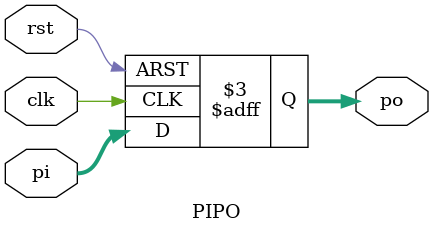
<source format=v>
`timescale 1ns / 1ps
module PIPO(clk, rst, pi, po);
input clk, rst;
input [3:0] pi;
output [3:0]po;
reg [3:0]po;

always @(posedge clk, posedge rst)
	begin
		if(rst == 1'b1)
			po<=4'b0000;
		else
			po<=pi;
	end

endmodule

</source>
